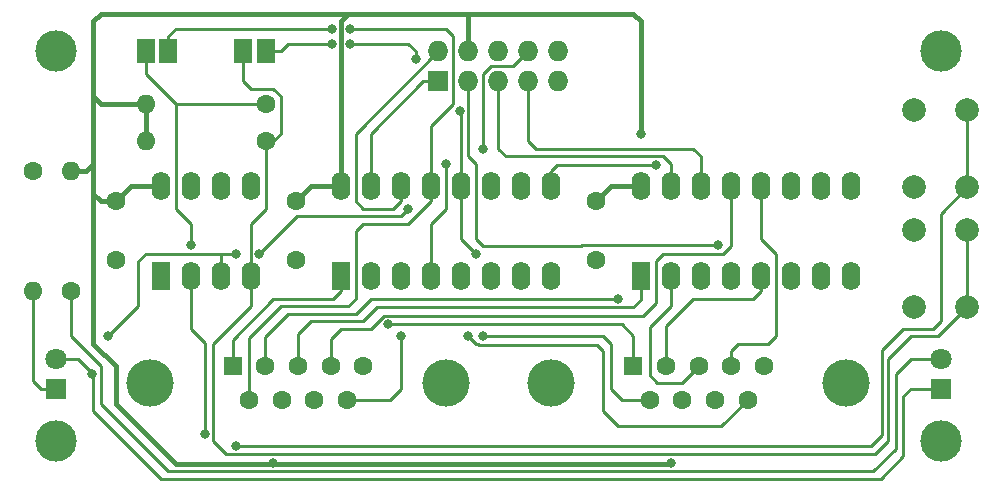
<source format=gtl>
%TF.GenerationSoftware,KiCad,Pcbnew,(5.1.8)-1*%
%TF.CreationDate,2021-02-13T02:57:26+01:00*%
%TF.ProjectId,Amiga Mouse Switch,416d6967-6120-44d6-9f75-736520537769,rev?*%
%TF.SameCoordinates,Original*%
%TF.FileFunction,Copper,L1,Top*%
%TF.FilePolarity,Positive*%
%FSLAX46Y46*%
G04 Gerber Fmt 4.6, Leading zero omitted, Abs format (unit mm)*
G04 Created by KiCad (PCBNEW (5.1.8)-1) date 2021-02-13 02:57:26*
%MOMM*%
%LPD*%
G01*
G04 APERTURE LIST*
%TA.AperFunction,SMDPad,CuDef*%
%ADD10R,1.500000X2.000000*%
%TD*%
%TA.AperFunction,ComponentPad*%
%ADD11C,1.600000*%
%TD*%
%TA.AperFunction,ComponentPad*%
%ADD12R,1.727200X1.727200*%
%TD*%
%TA.AperFunction,ComponentPad*%
%ADD13O,1.727200X1.727200*%
%TD*%
%TA.AperFunction,ComponentPad*%
%ADD14C,3.500000*%
%TD*%
%TA.AperFunction,ComponentPad*%
%ADD15C,1.800000*%
%TD*%
%TA.AperFunction,ComponentPad*%
%ADD16R,1.800000X1.800000*%
%TD*%
%TA.AperFunction,ComponentPad*%
%ADD17C,4.000000*%
%TD*%
%TA.AperFunction,ComponentPad*%
%ADD18R,1.600000X1.600000*%
%TD*%
%TA.AperFunction,ComponentPad*%
%ADD19O,1.600000X1.600000*%
%TD*%
%TA.AperFunction,ComponentPad*%
%ADD20O,1.600000X2.400000*%
%TD*%
%TA.AperFunction,ComponentPad*%
%ADD21R,1.600000X2.400000*%
%TD*%
%TA.AperFunction,ComponentPad*%
%ADD22C,2.000000*%
%TD*%
%TA.AperFunction,ViaPad*%
%ADD23C,0.800000*%
%TD*%
%TA.AperFunction,Conductor*%
%ADD24C,0.250000*%
%TD*%
%TA.AperFunction,Conductor*%
%ADD25C,0.381000*%
%TD*%
G04 APERTURE END LIST*
D10*
%TO.P,JP2,1*%
%TO.N,/LMB*%
X120015000Y-75565000D03*
%TO.P,JP2,2*%
%TO.N,Net-(JP2-Pad2)*%
X118110000Y-75565000D03*
%TD*%
D11*
%TO.P,C3,1*%
%TO.N,VCC*%
X107315000Y-88265000D03*
%TO.P,C3,2*%
%TO.N,GND*%
X107315000Y-93265000D03*
%TD*%
D12*
%TO.P,J3,1*%
%TO.N,Net-(J3-Pad1)*%
X134620000Y-78105000D03*
D13*
%TO.P,J3,2*%
%TO.N,Net-(J3-Pad2)*%
X137160000Y-78105000D03*
%TO.P,J3,3*%
%TO.N,Net-(J3-Pad3)*%
X139700000Y-78105000D03*
%TO.P,J3,4*%
%TO.N,Net-(J3-Pad4)*%
X142240000Y-78105000D03*
%TO.P,J3,5*%
%TO.N,N/C*%
X144780000Y-78105000D03*
%TO.P,J3,6*%
%TO.N,Net-(J3-Pad6)*%
X134620000Y-75565000D03*
%TO.P,J3,7*%
%TO.N,VCC*%
X137160000Y-75565000D03*
%TO.P,J3,8*%
%TO.N,GND*%
X139700000Y-75565000D03*
%TO.P,J3,9*%
%TO.N,Net-(J3-Pad9)*%
X142240000Y-75565000D03*
%TO.P,J3,10*%
%TO.N,N/C*%
X144780000Y-75565000D03*
%TD*%
D14*
%TO.P,M1,1*%
%TO.N,N/C*%
X102235000Y-108585000D03*
%TD*%
%TO.P,M2,1*%
%TO.N,N/C*%
X177165000Y-75565000D03*
%TD*%
%TO.P,M3,1*%
%TO.N,N/C*%
X102235000Y-75565000D03*
%TD*%
%TO.P,M4,1*%
%TO.N,N/C*%
X177165000Y-108585000D03*
%TD*%
D11*
%TO.P,C1,1*%
%TO.N,VCC*%
X147955000Y-88265000D03*
%TO.P,C1,2*%
%TO.N,GND*%
X147955000Y-93265000D03*
%TD*%
%TO.P,C2,2*%
%TO.N,GND*%
X122555000Y-93265000D03*
%TO.P,C2,1*%
%TO.N,VCC*%
X122555000Y-88265000D03*
%TD*%
D15*
%TO.P,D1,2*%
%TO.N,Net-(D1-Pad2)*%
X177165000Y-101600000D03*
D16*
%TO.P,D1,1*%
%TO.N,PORT*%
X177165000Y-104140000D03*
%TD*%
%TO.P,D2,1*%
%TO.N,Net-(D2-Pad1)*%
X102235000Y-104140000D03*
D15*
%TO.P,D2,2*%
%TO.N,PORT*%
X102235000Y-101600000D03*
%TD*%
D17*
%TO.P,J1,0*%
%TO.N,N/C*%
X135240000Y-103655000D03*
X110240000Y-103655000D03*
D11*
%TO.P,J1,9*%
%TO.N,/FIRE2*%
X126895000Y-105075000D03*
%TO.P,J1,8*%
%TO.N,GND*%
X124125000Y-105075000D03*
%TO.P,J1,7*%
%TO.N,VCC*%
X121355000Y-105075000D03*
%TO.P,J1,6*%
%TO.N,/FIRE1*%
X118585000Y-105075000D03*
%TO.P,J1,5*%
%TO.N,N/C*%
X128280000Y-102235000D03*
%TO.P,J1,4*%
%TO.N,/RIGHT*%
X125510000Y-102235000D03*
%TO.P,J1,3*%
%TO.N,/LEFT*%
X122740000Y-102235000D03*
%TO.P,J1,2*%
%TO.N,/DOWN*%
X119970000Y-102235000D03*
D18*
%TO.P,J1,1*%
%TO.N,/UP*%
X117200000Y-102235000D03*
%TD*%
%TO.P,J2,1*%
%TO.N,/V*%
X151130000Y-102235000D03*
D11*
%TO.P,J2,2*%
%TO.N,/H*%
X153900000Y-102235000D03*
%TO.P,J2,3*%
%TO.N,/VQ*%
X156670000Y-102235000D03*
%TO.P,J2,4*%
%TO.N,/HQ*%
X159440000Y-102235000D03*
%TO.P,J2,5*%
%TO.N,N/C*%
X162210000Y-102235000D03*
%TO.P,J2,6*%
%TO.N,/LMB*%
X152515000Y-105075000D03*
%TO.P,J2,7*%
%TO.N,VCC*%
X155285000Y-105075000D03*
%TO.P,J2,8*%
%TO.N,GND*%
X158055000Y-105075000D03*
%TO.P,J2,9*%
%TO.N,/RMB*%
X160825000Y-105075000D03*
D17*
%TO.P,J2,0*%
%TO.N,N/C*%
X144170000Y-103655000D03*
X169170000Y-103655000D03*
%TD*%
D10*
%TO.P,JP1,2*%
%TO.N,Net-(JP1-Pad2)*%
X109855000Y-75565000D03*
%TO.P,JP1,1*%
%TO.N,/FIRE1*%
X111760000Y-75565000D03*
%TD*%
D19*
%TO.P,R1,2*%
%TO.N,VCC*%
X109855000Y-83185000D03*
D11*
%TO.P,R1,1*%
%TO.N,Net-(JP2-Pad2)*%
X120015000Y-83185000D03*
%TD*%
%TO.P,R2,1*%
%TO.N,Net-(JP1-Pad2)*%
X120015000Y-80010000D03*
D19*
%TO.P,R2,2*%
%TO.N,VCC*%
X109855000Y-80010000D03*
%TD*%
%TO.P,R3,2*%
%TO.N,VCC*%
X103505000Y-85725000D03*
D11*
%TO.P,R3,1*%
%TO.N,Net-(D1-Pad2)*%
X103505000Y-95885000D03*
%TD*%
%TO.P,R4,1*%
%TO.N,GND*%
X100330000Y-85725000D03*
D19*
%TO.P,R4,2*%
%TO.N,Net-(D2-Pad1)*%
X100330000Y-95885000D03*
%TD*%
D20*
%TO.P,U1,16*%
%TO.N,VCC*%
X151765000Y-86995000D03*
%TO.P,U1,8*%
%TO.N,GND*%
X169545000Y-94615000D03*
%TO.P,U1,15*%
%TO.N,Net-(J3-Pad3)*%
X154305000Y-86995000D03*
%TO.P,U1,7*%
%TO.N,GND*%
X167005000Y-94615000D03*
%TO.P,U1,14*%
%TO.N,Net-(J3-Pad4)*%
X156845000Y-86995000D03*
%TO.P,U1,6*%
%TO.N,GND*%
X164465000Y-94615000D03*
%TO.P,U1,13*%
%TO.N,/RIGHT*%
X159385000Y-86995000D03*
%TO.P,U1,5*%
%TO.N,/H*%
X161925000Y-94615000D03*
%TO.P,U1,12*%
%TO.N,/HQ*%
X161925000Y-86995000D03*
%TO.P,U1,4*%
%TO.N,Net-(J3-Pad2)*%
X159385000Y-94615000D03*
%TO.P,U1,11*%
%TO.N,PORT*%
X164465000Y-86995000D03*
%TO.P,U1,3*%
%TO.N,/DOWN*%
X156845000Y-94615000D03*
%TO.P,U1,10*%
%TO.N,PORT*%
X167005000Y-86995000D03*
%TO.P,U1,2*%
%TO.N,/VQ*%
X154305000Y-94615000D03*
%TO.P,U1,9*%
%TO.N,PORT*%
X169545000Y-86995000D03*
D21*
%TO.P,U1,1*%
%TO.N,/LEFT*%
X151765000Y-94615000D03*
%TD*%
%TO.P,U2,1*%
%TO.N,/UP*%
X126365000Y-94615000D03*
D20*
%TO.P,U2,9*%
%TO.N,PORT*%
X144145000Y-86995000D03*
%TO.P,U2,2*%
%TO.N,/V*%
X128905000Y-94615000D03*
%TO.P,U2,10*%
%TO.N,PORT*%
X141605000Y-86995000D03*
%TO.P,U2,3*%
%TO.N,/FIRE2*%
X131445000Y-94615000D03*
%TO.P,U2,11*%
%TO.N,PORT*%
X139065000Y-86995000D03*
%TO.P,U2,4*%
%TO.N,Net-(J3-Pad9)*%
X133985000Y-94615000D03*
%TO.P,U2,12*%
%TO.N,/LMB*%
X136525000Y-86995000D03*
%TO.P,U2,5*%
%TO.N,/RMB*%
X136525000Y-94615000D03*
%TO.P,U2,13*%
%TO.N,/FIRE1*%
X133985000Y-86995000D03*
%TO.P,U2,6*%
%TO.N,GND*%
X139065000Y-94615000D03*
%TO.P,U2,14*%
%TO.N,Net-(J3-Pad6)*%
X131445000Y-86995000D03*
%TO.P,U2,7*%
%TO.N,GND*%
X141605000Y-94615000D03*
%TO.P,U2,15*%
%TO.N,Net-(J3-Pad1)*%
X128905000Y-86995000D03*
%TO.P,U2,8*%
%TO.N,GND*%
X144145000Y-94615000D03*
%TO.P,U2,16*%
%TO.N,VCC*%
X126365000Y-86995000D03*
%TD*%
D21*
%TO.P,U3,1*%
%TO.N,GND*%
X111125000Y-94615000D03*
D20*
%TO.P,U3,5*%
%TO.N,N/C*%
X118745000Y-86995000D03*
%TO.P,U3,2*%
%TO.N,Net-(JP1-Pad2)*%
X113665000Y-94615000D03*
%TO.P,U3,6*%
%TO.N,GND*%
X116205000Y-86995000D03*
%TO.P,U3,3*%
%TO.N,PORT*%
X116205000Y-94615000D03*
%TO.P,U3,7*%
%TO.N,N/C*%
X113665000Y-86995000D03*
%TO.P,U3,4*%
%TO.N,Net-(JP2-Pad2)*%
X118745000Y-94615000D03*
%TO.P,U3,8*%
%TO.N,VCC*%
X111125000Y-86995000D03*
%TD*%
D22*
%TO.P,SW1,2*%
%TO.N,Net-(JP1-Pad2)*%
X179415000Y-87070000D03*
%TO.P,SW1,1*%
%TO.N,GND*%
X174915000Y-87070000D03*
%TO.P,SW1,2*%
%TO.N,Net-(JP1-Pad2)*%
X179415000Y-80570000D03*
%TO.P,SW1,1*%
%TO.N,GND*%
X174915000Y-80570000D03*
%TD*%
%TO.P,SW2,1*%
%TO.N,GND*%
X174915000Y-90730000D03*
%TO.P,SW2,2*%
%TO.N,Net-(JP2-Pad2)*%
X179415000Y-90730000D03*
%TO.P,SW2,1*%
%TO.N,GND*%
X174915000Y-97230000D03*
%TO.P,SW2,2*%
%TO.N,Net-(JP2-Pad2)*%
X179415000Y-97230000D03*
%TD*%
D23*
%TO.N,/FIRE1*%
X125574500Y-73660000D03*
X127155500Y-73660000D03*
%TO.N,/DOWN*%
X149860000Y-96520000D03*
%TO.N,/FIRE2*%
X131445000Y-99695000D03*
%TO.N,VCC*%
X154305000Y-110399990D03*
X120650000Y-110399990D03*
X151765000Y-82550000D03*
%TO.N,PORT*%
X105320000Y-102870000D03*
X106680000Y-99695000D03*
X153035000Y-85180000D03*
X132080000Y-88900000D03*
X119470000Y-92710000D03*
X117475000Y-92710000D03*
%TO.N,/V*%
X130370153Y-98695001D03*
%TO.N,/LMB*%
X125574487Y-74930000D03*
X127155500Y-74930000D03*
X136435000Y-80645000D03*
X132715000Y-76200000D03*
X137795000Y-92710000D03*
X138430000Y-99695000D03*
%TO.N,/RMB*%
X137160000Y-99695000D03*
%TO.N,Net-(J3-Pad2)*%
X158295000Y-91985000D03*
%TO.N,Net-(J3-Pad9)*%
X135255000Y-85090000D03*
X138430000Y-83820000D03*
%TO.N,Net-(JP1-Pad2)*%
X113665000Y-91985000D03*
X117475000Y-108949989D03*
X114845000Y-107950000D03*
%TD*%
D24*
%TO.N,/FIRE1*%
X111760000Y-75565000D02*
X111760000Y-74295000D01*
X111760000Y-74295000D02*
X112395000Y-73660000D01*
X112395000Y-73660000D02*
X125574500Y-73660000D01*
X121285000Y-97155000D02*
X118585000Y-99855000D01*
X127000000Y-97155000D02*
X121285000Y-97155000D01*
X127635000Y-96520000D02*
X127000000Y-97155000D01*
X127635000Y-90805000D02*
X127635000Y-96520000D01*
X118585000Y-99855000D02*
X118585000Y-105075000D01*
X128270000Y-90170000D02*
X127635000Y-90805000D01*
X132080000Y-90170000D02*
X128270000Y-90170000D01*
X133985000Y-88265000D02*
X132080000Y-90170000D01*
X133985000Y-86995000D02*
X133985000Y-88265000D01*
X135255000Y-73660000D02*
X127155500Y-73660000D01*
X135890000Y-74295000D02*
X135255000Y-73660000D01*
X133985000Y-81915000D02*
X135890000Y-80010000D01*
X133985000Y-86995000D02*
X133985000Y-81915000D01*
X135890000Y-80010000D02*
X135890000Y-74295000D01*
%TO.N,/RIGHT*%
X125510000Y-99915000D02*
X125510000Y-102235000D01*
X126365000Y-99060000D02*
X125510000Y-99915000D01*
X128905000Y-99060000D02*
X126365000Y-99060000D01*
X129994999Y-97970001D02*
X128905000Y-99060000D01*
X151945001Y-97970001D02*
X129994999Y-97970001D01*
X153035000Y-96880002D02*
X151945001Y-97970001D01*
X153035000Y-93345000D02*
X153670000Y-92710000D01*
X153035000Y-93345000D02*
X153035000Y-96880002D01*
X153670000Y-92710000D02*
X158750000Y-92710000D01*
X158750000Y-92710000D02*
X159385000Y-92075000D01*
X159385000Y-92075000D02*
X159385000Y-86995000D01*
%TO.N,/LEFT*%
X122740000Y-99510000D02*
X122740000Y-102235000D01*
X123825000Y-98425000D02*
X122740000Y-99510000D01*
X128270000Y-98425000D02*
X123825000Y-98425000D01*
X129450000Y-97245000D02*
X128270000Y-98425000D01*
X151765000Y-96610000D02*
X151130000Y-97245000D01*
X151130000Y-97245000D02*
X129450000Y-97245000D01*
X151765000Y-94615000D02*
X151765000Y-96610000D01*
%TO.N,/DOWN*%
X127635000Y-97790000D02*
X128905000Y-96520000D01*
X121920000Y-97790000D02*
X127635000Y-97790000D01*
X119970000Y-99740000D02*
X121920000Y-97790000D01*
X119970000Y-102235000D02*
X119970000Y-99740000D01*
X128905000Y-96520000D02*
X149860000Y-96520000D01*
%TO.N,/FIRE2*%
X130510000Y-105075000D02*
X131445000Y-104140000D01*
X126895000Y-105075000D02*
X130510000Y-105075000D01*
X131445000Y-104140000D02*
X131445000Y-99695000D01*
%TO.N,/UP*%
X117200000Y-102235000D02*
X117200000Y-99970000D01*
X126365000Y-94615000D02*
X126365000Y-95885000D01*
X125730000Y-96520000D02*
X120650000Y-96520000D01*
X126365000Y-95885000D02*
X125730000Y-96520000D01*
X117200000Y-99970000D02*
X120650000Y-96520000D01*
D25*
%TO.N,VCC*%
X137160000Y-75565000D02*
X137160000Y-73025000D01*
X127000000Y-72390000D02*
X107315000Y-72390000D01*
X136525000Y-72390000D02*
X127000000Y-72390000D01*
X126365000Y-86995000D02*
X126365000Y-80645000D01*
X137160000Y-73025000D02*
X137160000Y-72390000D01*
X136525000Y-72390000D02*
X137160000Y-72390000D01*
X106045000Y-72390000D02*
X107315000Y-72390000D01*
X105410000Y-73025000D02*
X106045000Y-72390000D01*
X106045000Y-88265000D02*
X105410000Y-87630000D01*
X107315000Y-88265000D02*
X106045000Y-88265000D01*
X105410000Y-85725000D02*
X105410000Y-87630000D01*
X104775000Y-85725000D02*
X105410000Y-85090000D01*
X105410000Y-85090000D02*
X105410000Y-81280000D01*
X105410000Y-85725000D02*
X105410000Y-85090000D01*
X103505000Y-85725000D02*
X104775000Y-85725000D01*
X105410000Y-81280000D02*
X105410000Y-80645000D01*
X154214990Y-110490000D02*
X154305000Y-110399990D01*
X112395000Y-110490000D02*
X154214990Y-110490000D01*
X107315000Y-105410000D02*
X112395000Y-110490000D01*
X105410000Y-100330000D02*
X107315000Y-102235000D01*
X107315000Y-102235000D02*
X107315000Y-105410000D01*
X105410000Y-87630000D02*
X105410000Y-100330000D01*
X123825000Y-86995000D02*
X122555000Y-88265000D01*
X126365000Y-86995000D02*
X123825000Y-86995000D01*
X108585000Y-86995000D02*
X107315000Y-88265000D01*
X111125000Y-86995000D02*
X108585000Y-86995000D01*
X149225000Y-86995000D02*
X147955000Y-88265000D01*
X151765000Y-86995000D02*
X149225000Y-86995000D01*
X126365000Y-73025000D02*
X127000000Y-72390000D01*
X126364997Y-74550559D02*
X126365000Y-74550556D01*
X126364997Y-75309441D02*
X126364997Y-74550559D01*
X126365000Y-75309444D02*
X126364997Y-75309441D01*
X126365000Y-80645000D02*
X126365000Y-75309444D01*
X126365000Y-74550556D02*
X126365000Y-73025000D01*
X151130000Y-72390000D02*
X151765000Y-73025000D01*
X137160000Y-72390000D02*
X151130000Y-72390000D01*
X151765000Y-73025000D02*
X151765000Y-82550000D01*
X109855000Y-83185000D02*
X109855000Y-80010000D01*
X109855000Y-80010000D02*
X106045000Y-80010000D01*
X105410000Y-79375000D02*
X105410000Y-73025000D01*
X106045000Y-80010000D02*
X105410000Y-79375000D01*
X105410000Y-80645000D02*
X105410000Y-79375000D01*
D24*
%TO.N,Net-(D1-Pad2)*%
X174625000Y-101600000D02*
X177165000Y-101600000D01*
X173355000Y-102870000D02*
X174625000Y-101600000D01*
X171450000Y-111125000D02*
X173355000Y-109220000D01*
X111760000Y-111125000D02*
X171450000Y-111125000D01*
X106045000Y-105410000D02*
X111760000Y-111125000D01*
X106045000Y-102235000D02*
X106045000Y-105410000D01*
X103505000Y-99695000D02*
X106045000Y-102235000D01*
X173355000Y-109220000D02*
X173355000Y-102870000D01*
X103505000Y-95885000D02*
X103505000Y-99695000D01*
%TO.N,PORT*%
X104140000Y-101600000D02*
X105410000Y-102870000D01*
X102235000Y-101600000D02*
X104140000Y-101600000D01*
X105410000Y-102870000D02*
X105320000Y-102870000D01*
X173990000Y-109855000D02*
X173990000Y-104775000D01*
X172085000Y-111760000D02*
X173990000Y-109855000D01*
X111125000Y-111760000D02*
X172085000Y-111760000D01*
X105410000Y-106045000D02*
X111125000Y-111760000D01*
X105410000Y-102870000D02*
X105410000Y-106045000D01*
X173990000Y-104775000D02*
X174625000Y-104140000D01*
X174625000Y-104140000D02*
X177165000Y-104140000D01*
X132080000Y-88900000D02*
X131445000Y-89535000D01*
X122645000Y-89535000D02*
X119470000Y-92710000D01*
X131445000Y-89535000D02*
X122645000Y-89535000D01*
X116205000Y-92710000D02*
X116205000Y-94615000D01*
X117475000Y-92710000D02*
X116205000Y-92710000D01*
X109855000Y-92710000D02*
X116205000Y-92710000D01*
X109220000Y-93345000D02*
X109855000Y-92710000D01*
X109220000Y-97155000D02*
X109220000Y-93345000D01*
X106680000Y-99695000D02*
X109220000Y-97155000D01*
X150585000Y-85180000D02*
X153035000Y-85180000D01*
X144690000Y-85180000D02*
X150585000Y-85180000D01*
X144145000Y-85725000D02*
X144690000Y-85180000D01*
X144145000Y-86995000D02*
X144145000Y-85725000D01*
%TO.N,Net-(D2-Pad1)*%
X100330000Y-97155000D02*
X100330000Y-103505000D01*
X100965000Y-104140000D02*
X102235000Y-104140000D01*
X100330000Y-103505000D02*
X100965000Y-104140000D01*
X100330000Y-97155000D02*
X100330000Y-95885000D01*
%TO.N,/V*%
X151130000Y-99695000D02*
X151130000Y-102235000D01*
X150130001Y-98695001D02*
X151130000Y-99695000D01*
X130370153Y-98695001D02*
X150130001Y-98695001D01*
%TO.N,/H*%
X156210000Y-96520000D02*
X153900000Y-98830000D01*
X161290000Y-96520000D02*
X156210000Y-96520000D01*
X153900000Y-98830000D02*
X153900000Y-102235000D01*
X161925000Y-95885000D02*
X161290000Y-96520000D01*
X161925000Y-94615000D02*
X161925000Y-95885000D01*
%TO.N,/VQ*%
X154305000Y-97155000D02*
X154305000Y-94615000D01*
X152527000Y-98933000D02*
X154305000Y-97155000D01*
X152527000Y-102997000D02*
X152527000Y-98933000D01*
X153162000Y-103632000D02*
X152527000Y-102997000D01*
X155273000Y-103632000D02*
X153162000Y-103632000D01*
X156670000Y-102235000D02*
X155273000Y-103632000D01*
%TO.N,/HQ*%
X161925000Y-86995000D02*
X161925000Y-91440000D01*
X161925000Y-91440000D02*
X163195000Y-92710000D01*
X163195000Y-92710000D02*
X163195000Y-99695000D01*
X163195000Y-99695000D02*
X162560000Y-100330000D01*
X162560000Y-100330000D02*
X160020000Y-100330000D01*
X159440000Y-100910000D02*
X159440000Y-102235000D01*
X160020000Y-100330000D02*
X159440000Y-100910000D01*
%TO.N,/LMB*%
X121920000Y-74930000D02*
X125574487Y-74930000D01*
X121285000Y-75565000D02*
X121920000Y-74930000D01*
X136525000Y-80735000D02*
X136435000Y-80645000D01*
X136525000Y-86995000D02*
X136525000Y-80735000D01*
X132715000Y-76200000D02*
X132715000Y-75565000D01*
X132080000Y-74930000D02*
X127155500Y-74930000D01*
X132715000Y-75565000D02*
X132080000Y-74930000D01*
X136525000Y-91440000D02*
X137795000Y-92710000D01*
X136525000Y-86995000D02*
X136525000Y-91440000D01*
X138430000Y-99695000D02*
X148590000Y-99695000D01*
X148590000Y-99695000D02*
X149225000Y-100330000D01*
X149225000Y-100330000D02*
X149225000Y-104140000D01*
X150160000Y-105075000D02*
X152515000Y-105075000D01*
X149225000Y-104140000D02*
X150160000Y-105075000D01*
X121285000Y-75565000D02*
X120015000Y-75565000D01*
%TO.N,/RMB*%
X137795000Y-100330000D02*
X137160000Y-99695000D01*
X137991998Y-100330000D02*
X137795000Y-100330000D01*
X138081999Y-100420001D02*
X137991998Y-100330000D01*
X148045001Y-100420001D02*
X138081999Y-100420001D01*
X148590000Y-100965000D02*
X148045001Y-100420001D01*
X148590000Y-106045000D02*
X148590000Y-100965000D01*
X149860000Y-107315000D02*
X148590000Y-106045000D01*
X158585000Y-107315000D02*
X149860000Y-107315000D01*
X160825000Y-105075000D02*
X158585000Y-107315000D01*
%TO.N,Net-(J3-Pad1)*%
X133350000Y-78105000D02*
X134620000Y-78105000D01*
X128905000Y-82550000D02*
X133350000Y-78105000D01*
X128905000Y-86995000D02*
X128905000Y-82550000D01*
%TO.N,Net-(J3-Pad2)*%
X137160000Y-84455000D02*
X137160000Y-78105000D01*
X137795000Y-85090000D02*
X137160000Y-84455000D01*
X137795000Y-91440000D02*
X137795000Y-85090000D01*
X138430000Y-92075000D02*
X137795000Y-91440000D01*
X146685000Y-92075000D02*
X138430000Y-92075000D01*
X146775000Y-91985000D02*
X146685000Y-92075000D01*
X158295000Y-91985000D02*
X146775000Y-91985000D01*
%TO.N,Net-(J3-Pad3)*%
X153670000Y-84455000D02*
X154305000Y-85090000D01*
X154305000Y-86995000D02*
X154305000Y-85090000D01*
X139700000Y-78105000D02*
X139700000Y-83820000D01*
X139700000Y-83820000D02*
X140335000Y-84455000D01*
X140335000Y-84455000D02*
X153670000Y-84455000D01*
%TO.N,Net-(J3-Pad4)*%
X156845000Y-84455000D02*
X156845000Y-86995000D01*
X156210000Y-83820000D02*
X156845000Y-84455000D01*
X142875000Y-83820000D02*
X156210000Y-83820000D01*
X142240000Y-83185000D02*
X142875000Y-83820000D01*
X142240000Y-78105000D02*
X142240000Y-83185000D01*
%TO.N,Net-(J3-Pad6)*%
X127635000Y-82550000D02*
X134620000Y-75565000D01*
X127635000Y-88265000D02*
X127635000Y-82550000D01*
X128270000Y-88900000D02*
X127635000Y-88265000D01*
X130810000Y-88900000D02*
X128270000Y-88900000D01*
X131445000Y-88265000D02*
X130810000Y-88900000D01*
X131445000Y-86995000D02*
X131445000Y-88265000D01*
%TO.N,Net-(J3-Pad9)*%
X135255000Y-88900000D02*
X135255000Y-85090000D01*
X133985000Y-90170000D02*
X135255000Y-88900000D01*
X133985000Y-94615000D02*
X133985000Y-90170000D01*
X138430000Y-77470000D02*
X138430000Y-83820000D01*
X140970000Y-76835000D02*
X139065000Y-76835000D01*
X142240000Y-75565000D02*
X140970000Y-76835000D01*
X139065000Y-76835000D02*
X138430000Y-77470000D01*
%TO.N,Net-(JP1-Pad2)*%
X179415000Y-87070000D02*
X179415000Y-80570000D01*
X113665000Y-99060000D02*
X114345013Y-99740013D01*
X113665000Y-94615000D02*
X113665000Y-99060000D01*
X173990000Y-99060000D02*
X172175000Y-100875000D01*
X177165000Y-98425000D02*
X176530000Y-99060000D01*
X179415000Y-87070000D02*
X177165000Y-89320000D01*
X177165000Y-89320000D02*
X177165000Y-98425000D01*
X176530000Y-99060000D02*
X173990000Y-99060000D01*
X114845000Y-100240000D02*
X114345013Y-99740013D01*
X114845000Y-107950000D02*
X114845000Y-100240000D01*
X171265011Y-108949989D02*
X172175000Y-108040000D01*
X117475000Y-108949989D02*
X171265011Y-108949989D01*
X172175000Y-100875000D02*
X172175000Y-108040000D01*
X113665000Y-92075000D02*
X113665000Y-91985000D01*
X113665000Y-90170000D02*
X113665000Y-92075000D01*
X112395000Y-88900000D02*
X113665000Y-90170000D01*
X112395000Y-80010000D02*
X112395000Y-88900000D01*
X109855000Y-77470000D02*
X112395000Y-80010000D01*
X109855000Y-75565000D02*
X109855000Y-77470000D01*
X120015000Y-80010000D02*
X112395000Y-80010000D01*
%TO.N,Net-(JP2-Pad2)*%
X179415000Y-97230000D02*
X179415000Y-90730000D01*
X115570000Y-108585000D02*
X115570000Y-100330000D01*
X116659989Y-109674989D02*
X115570000Y-108585000D01*
X171630011Y-109674989D02*
X116659989Y-109674989D01*
X115570000Y-100330000D02*
X118745000Y-97155000D01*
X172720000Y-108585000D02*
X171630011Y-109674989D01*
X172720000Y-101600000D02*
X172720000Y-108585000D01*
X174625000Y-99695000D02*
X172720000Y-101600000D01*
X118745000Y-97155000D02*
X118745000Y-94615000D01*
X176950000Y-99695000D02*
X174625000Y-99695000D01*
X179415000Y-97230000D02*
X176950000Y-99695000D01*
X118745000Y-94615000D02*
X118745000Y-90170000D01*
X120015000Y-88900000D02*
X118745000Y-90170000D01*
X120015000Y-83185000D02*
X120015000Y-88900000D01*
X118110000Y-78105000D02*
X118110000Y-75565000D01*
X118745000Y-78740000D02*
X118110000Y-78105000D01*
X120650000Y-78740000D02*
X118745000Y-78740000D01*
X121285000Y-79375000D02*
X120650000Y-78740000D01*
X121285000Y-82550000D02*
X121285000Y-79375000D01*
X120650000Y-83185000D02*
X121285000Y-82550000D01*
X120015000Y-83185000D02*
X120650000Y-83185000D01*
%TD*%
M02*

</source>
